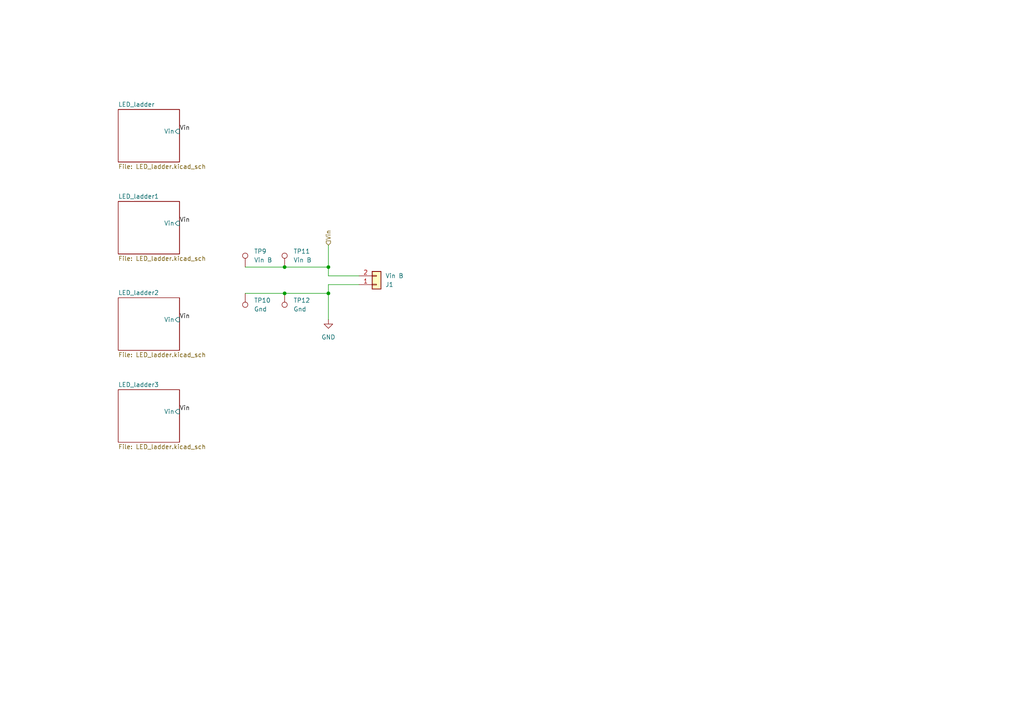
<source format=kicad_sch>
(kicad_sch (version 20250114) (generator "eeschema") (generator_version "9.0")
  (paper "A4")
  (lib_symbols
    (symbol "Connector:TestPoint" (pin_numbers (hide yes)) (pin_names (offset 0.762) (hide yes))
      (property "Reference" "TP" (at 0 6.858 0))
      (property "Value" "TestPoint" (at 0 5.08 0))
      (symbol "TestPoint_0_1"
        (circle (center 0 3.302) (radius 0.762))
      )
      (symbol "TestPoint_1_1"
        (pin passive line (at 0 0 90) (length 2.54) (name "1") (number "1"))
      )
    )
    (symbol "Connector_Generic:Conn_01x02" (pin_names (offset 1.016) (hide yes))
      (property "Reference" "J" (at 0 2.54 0))
      (property "Value" "Conn_01x02" (at 0 -5.08 0))
      (symbol "Conn_01x02_1_1"
        (rectangle (start -1.27 1.27) (end 1.27 -3.81) (stroke (width 0.254)) (fill (type background)))
        (rectangle (start -1.27 0.127) (end 0 -0.127) (stroke (width 0.1524)))
        (rectangle (start -1.27 -2.413) (end 0 -2.667) (stroke (width 0.1524)))
        (pin passive line (at -5.08 0 0) (length 3.81) (name "Pin_1") (number "1"))
        (pin passive line (at -5.08 -2.54 0) (length 3.81) (name "Pin_2") (number "2"))
      )
    )
    (symbol "power:GND" (power) (pin_numbers (hide yes)) (pin_names (offset 0) (hide yes))
      (property "Value" "GND" (at 0 -3.81 0))
      (symbol "GND_0_1"
        (polyline (pts (xy 0 0) (xy 0 -1.27) (xy 1.27 -1.27) (xy 0 -2.54) (xy -1.27 -1.27) (xy 0 -1.27)))
      )
      (symbol "GND_1_1"
        (pin power_in line (at 0 0 270) (length 0) (name "~") (number "1"))
      )
    )
  )
  (junction (at 82.55 77.47))
  (junction (at 95.25 85.09))
  (junction (at 82.55 85.09))
  (junction (at 95.25 77.47))
  (wire (pts (xy 95.25 80.01) (xy 104.14 80.01)))
  (wire (pts (xy 104.14 82.55) (xy 95.25 82.55)))
  (wire (pts (xy 95.25 71.12) (xy 95.25 77.47)))
  (wire (pts (xy 82.55 85.09) (xy 95.25 85.09)))
  (wire (pts (xy 95.25 92.71) (xy 95.25 85.09)))
  (wire (pts (xy 95.25 82.55) (xy 95.25 85.09)))
  (wire (pts (xy 95.25 80.01) (xy 95.25 77.47)))
  (wire (pts (xy 82.55 77.47) (xy 71.12 77.47)))
  (wire (pts (xy 71.12 85.09) (xy 82.55 85.09)))
  (wire (pts (xy 95.25 77.47) (xy 82.55 77.47)))
  (label "Vin" (at 52.07 119.38 0))
  (label "Vin" (at 52.07 38.1 0))
  (label "Vin" (at 52.07 92.71 0))
  (label "Vin" (at 52.07 64.77 0))
  (hierarchical_label "Vin" (shape input) (at 95.25 71.12 90))
  (symbol (lib_id "Connector:TestPoint") (at 82.55 77.47 0) (unit 1)
    (property "Reference" "TP11" (at 85.09 72.8979 0) (effects (justify left)))
    (property "Value" "Vin B" (at 85.09 75.4379 0) (effects (justify left)))
    (property "Footprint" "TestPoint:TestPoint_Plated_Hole_D5.0mm" (effects (hide yes)))
    (property "Description" "test point" (effects (hide yes)))
  )
  (symbol (lib_id "Connector:TestPoint") (at 71.12 85.09 180) (unit 1)
    (property "Reference" "TP10" (at 73.66 87.1219 0) (effects (justify right)))
    (property "Value" "Gnd" (at 73.66 89.6619 0) (effects (justify right)))
    (property "Footprint" "TestPoint:TestPoint_Plated_Hole_D5.0mm" (effects (hide yes)))
    (property "Description" "test point" (effects (hide yes)))
  )
  (symbol (lib_id "Connector_Generic:Conn_01x02") (at 109.22 82.55 0) (mirror x) (unit 1)
    (property "Reference" "J1" (at 111.76 82.5501 0) (effects (justify left)))
    (property "Value" "Vin B" (at 111.76 80.0101 0) (effects (justify left)))
    (property "Footprint" "TerminalBlock_Phoenix:TerminalBlock_Phoenix_MKDS-1,5-2-5.08_1x02_P5.08mm_Horizontal" (effects (hide yes)))
    (property "Description" "Generic connector, single row, 01x02, script generated (kicad-library-utils/schlib/autogen/connector/)" (effects (hide yes)))
  )
  (symbol (lib_id "Connector:TestPoint") (at 82.55 85.09 180) (unit 1)
    (property "Reference" "TP12" (at 85.09 87.1219 0) (effects (justify right)))
    (property "Value" "Gnd" (at 85.09 89.6619 0) (effects (justify right)))
    (property "Footprint" "TestPoint:TestPoint_Plated_Hole_D5.0mm" (effects (hide yes)))
    (property "Description" "test point" (effects (hide yes)))
  )
  (symbol (lib_id "power:GND") (at 95.25 92.71 0) (unit 1)
    (property "Reference" "#PWR09" (effects (hide yes)))
    (property "Value" "GND" (at 95.25 97.79 0))
    (property "Description" "Power symbol creates a global label with name \"GND\" , ground" (effects (hide yes)))
  )
  (symbol (lib_id "Connector:TestPoint") (at 71.12 77.47 0) (unit 1)
    (property "Reference" "TP9" (at 73.66 72.8979 0) (effects (justify left)))
    (property "Value" "Vin B" (at 73.66 75.4379 0) (effects (justify left)))
    (property "Footprint" "TestPoint:TestPoint_Plated_Hole_D5.0mm" (effects (hide yes)))
    (property "Description" "test point" (effects (hide yes)))
  )
  (sheet (at 34.29 113.03) (size 17.78 15.24) (stroke (width 0.1524))
    (property "Sheetname" "LED_ladder3" (at 34.29 112.3184 0) (effects (justify left bottom)))
    (property "Sheetfile" "LED_ladder.kicad_sch" (at 34.29 128.8546 0) (effects (justify left top)))
    (pin "Vin" input (at 52.07 119.38 0))
  )
  (sheet (at 34.29 58.42) (size 17.78 15.24) (stroke (width 0.1524))
    (property "Sheetname" "LED_ladder1" (at 34.29 57.7084 0) (effects (justify left bottom)))
    (property "Sheetfile" "LED_ladder.kicad_sch" (at 34.29 74.2446 0) (effects (justify left top)))
    (pin "Vin" input (at 52.07 64.77 0))
  )
  (sheet (at 34.29 31.75) (size 17.78 15.24) (stroke (width 0.1524))
    (property "Sheetname" "LED_ladder" (at 34.29 31.0384 0) (effects (justify left bottom)))
    (property "Sheetfile" "LED_ladder.kicad_sch" (at 34.29 47.5746 0) (effects (justify left top)))
    (pin "Vin" input (at 52.07 38.1 0))
  )
  (sheet (at 34.29 86.36) (size 17.78 15.24) (stroke (width 0.1524))
    (property "Sheetname" "LED_ladder2" (at 34.29 85.6484 0) (effects (justify left bottom)))
    (property "Sheetfile" "LED_ladder.kicad_sch" (at 34.29 102.1846 0) (effects (justify left top)))
    (pin "Vin" input (at 52.07 92.71 0))
  )
)
</source>
